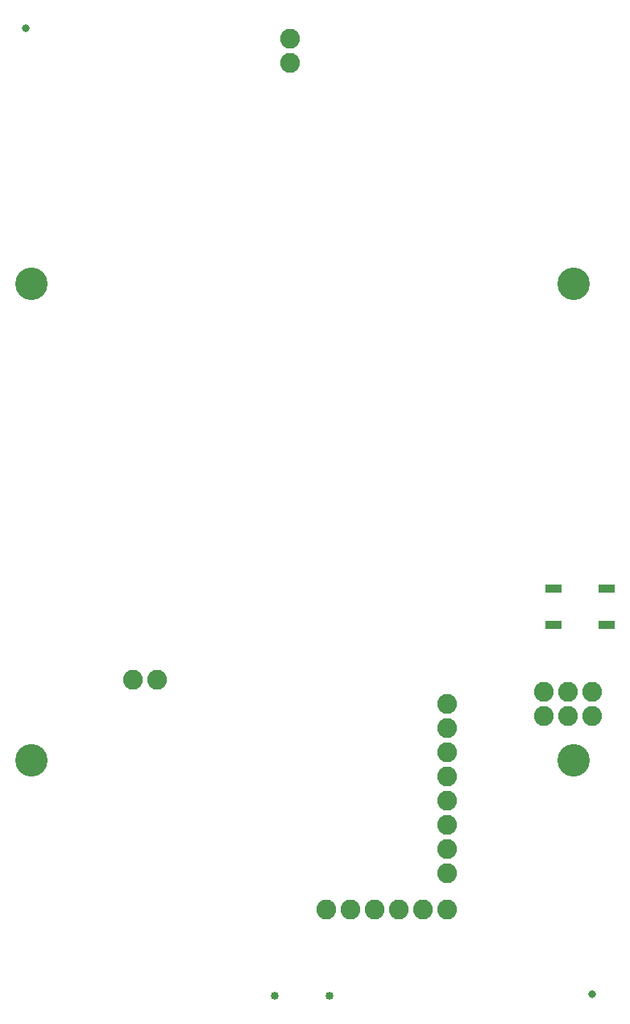
<source format=gbs>
G04 EAGLE Gerber RS-274X export*
G75*
%MOMM*%
%FSLAX34Y34*%
%LPD*%
%INSoldermask Bottom*%
%IPPOS*%
%AMOC8*
5,1,8,0,0,1.08239X$1,22.5*%
G01*
%ADD10C,0.838200*%
%ADD11C,0.853200*%
%ADD12C,3.403600*%
%ADD13C,2.082800*%
%ADD14R,1.727200X0.965200*%


D10*
X660400Y50800D03*
X65300Y1065000D03*
D11*
X326700Y49050D03*
X384500Y49050D03*
D12*
X70612Y296037D03*
X70612Y796163D03*
X640588Y796163D03*
X640588Y296037D03*
D13*
X609600Y342900D03*
X609600Y368300D03*
X635000Y342900D03*
X635000Y368300D03*
X660400Y342900D03*
X660400Y368300D03*
D14*
X675640Y476250D03*
X619760Y476250D03*
X675640Y438150D03*
X619760Y438150D03*
D13*
X381000Y139700D03*
X406400Y139700D03*
X431800Y139700D03*
X457200Y139700D03*
X482600Y139700D03*
X508000Y139700D03*
X342900Y1054100D03*
X342900Y1028700D03*
X203200Y381000D03*
X177800Y381000D03*
X508000Y177800D03*
X508000Y203200D03*
X508000Y228600D03*
X508000Y254000D03*
X508000Y279400D03*
X508000Y304800D03*
X508000Y330200D03*
X508000Y355600D03*
M02*

</source>
